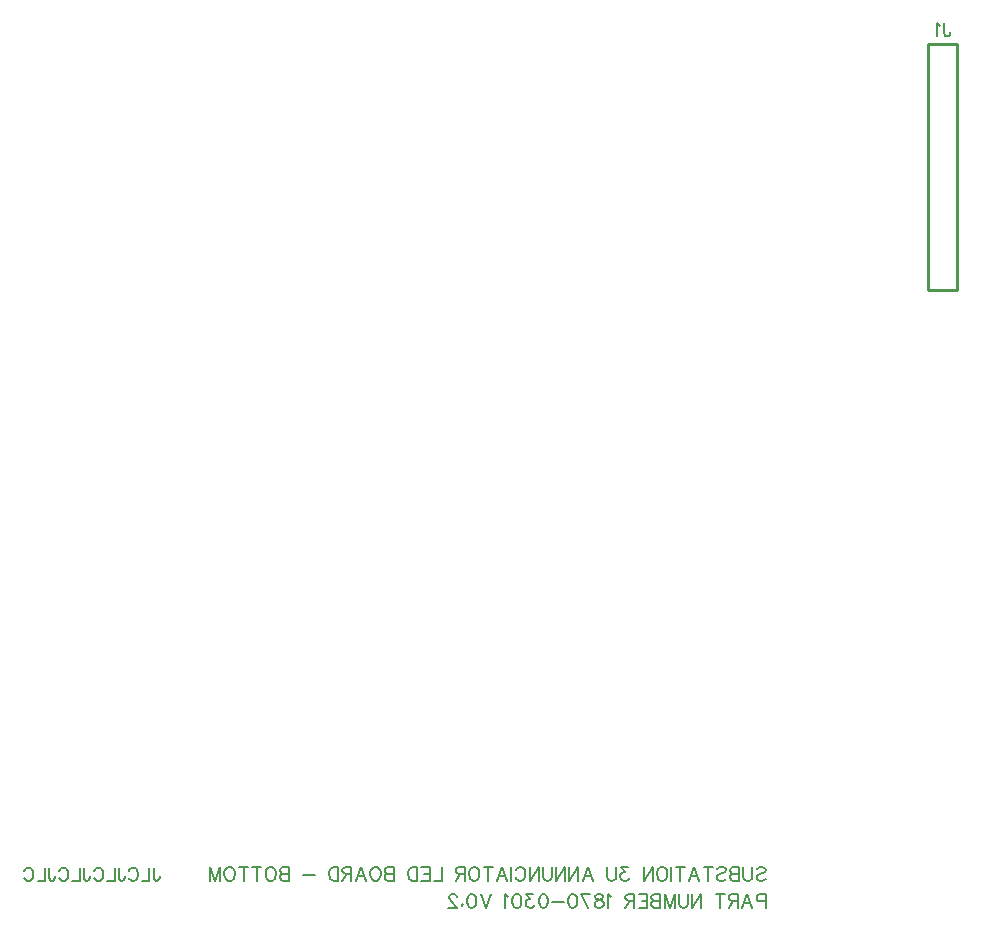
<source format=gbo>
G04 Layer: BottomSilkscreenLayer*
G04 EasyEDA v6.5.34, 2023-10-09 21:03:28*
G04 d8b6119a72404543a3c1b132a341d26f,5a6b42c53f6a479593ecc07194224c93,10*
G04 Gerber Generator version 0.2*
G04 Scale: 100 percent, Rotated: No, Reflected: No *
G04 Dimensions in millimeters *
G04 leading zeros omitted , absolute positions ,4 integer and 5 decimal *
%FSLAX45Y45*%
%MOMM*%

%ADD10C,0.2032*%
%ADD11C,0.1520*%
%ADD12C,0.1524*%
%ADD13C,0.2540*%

%LPD*%
D10*
X43967323Y451289D02*
G01*
X43967323Y336745D01*
X43967323Y451289D02*
G01*
X43918233Y451289D01*
X43901870Y445836D01*
X43896414Y440382D01*
X43890961Y429473D01*
X43890961Y413108D01*
X43896414Y402199D01*
X43901870Y396745D01*
X43918233Y391289D01*
X43967323Y391289D01*
X43811324Y451289D02*
G01*
X43854959Y336745D01*
X43811324Y451289D02*
G01*
X43767687Y336745D01*
X43838596Y374926D02*
G01*
X43784052Y374926D01*
X43731688Y451289D02*
G01*
X43731688Y336745D01*
X43731688Y451289D02*
G01*
X43682597Y451289D01*
X43666234Y445836D01*
X43660778Y440382D01*
X43655324Y429473D01*
X43655324Y418564D01*
X43660778Y407654D01*
X43666234Y402199D01*
X43682597Y396745D01*
X43731688Y396745D01*
X43693506Y396745D02*
G01*
X43655324Y336745D01*
X43581142Y451289D02*
G01*
X43581142Y336745D01*
X43619323Y451289D02*
G01*
X43542960Y451289D01*
X43422961Y451289D02*
G01*
X43422961Y336745D01*
X43422961Y451289D02*
G01*
X43346598Y336745D01*
X43346598Y451289D02*
G01*
X43346598Y336745D01*
X43310596Y451289D02*
G01*
X43310596Y369473D01*
X43305143Y353108D01*
X43294233Y342199D01*
X43277871Y336745D01*
X43266961Y336745D01*
X43250596Y342199D01*
X43239690Y353108D01*
X43234234Y369473D01*
X43234234Y451289D01*
X43198234Y451289D02*
G01*
X43198234Y336745D01*
X43198234Y451289D02*
G01*
X43154597Y336745D01*
X43110962Y451289D02*
G01*
X43154597Y336745D01*
X43110962Y451289D02*
G01*
X43110962Y336745D01*
X43074960Y451289D02*
G01*
X43074960Y336745D01*
X43074960Y451289D02*
G01*
X43025870Y451289D01*
X43009507Y445836D01*
X43004054Y440382D01*
X42998598Y429473D01*
X42998598Y418564D01*
X43004054Y407654D01*
X43009507Y402199D01*
X43025870Y396745D01*
X43074960Y396745D02*
G01*
X43025870Y396745D01*
X43009507Y391289D01*
X43004054Y385836D01*
X42998598Y374926D01*
X42998598Y358564D01*
X43004054Y347654D01*
X43009507Y342199D01*
X43025870Y336745D01*
X43074960Y336745D01*
X42962598Y451289D02*
G01*
X42962598Y336745D01*
X42962598Y451289D02*
G01*
X42891689Y451289D01*
X42962598Y396745D02*
G01*
X42918961Y396745D01*
X42962598Y336745D02*
G01*
X42891689Y336745D01*
X42855690Y451289D02*
G01*
X42855690Y336745D01*
X42855690Y451289D02*
G01*
X42806599Y451289D01*
X42790234Y445836D01*
X42784781Y440382D01*
X42779325Y429473D01*
X42779325Y418564D01*
X42784781Y407654D01*
X42790234Y402199D01*
X42806599Y396745D01*
X42855690Y396745D01*
X42817508Y396745D02*
G01*
X42779325Y336745D01*
X42659325Y429473D02*
G01*
X42648416Y434926D01*
X42632053Y451289D01*
X42632053Y336745D01*
X42568782Y451289D02*
G01*
X42585144Y445836D01*
X42590598Y434926D01*
X42590598Y424017D01*
X42585144Y413108D01*
X42574235Y407654D01*
X42552416Y402199D01*
X42536054Y396745D01*
X42525144Y385836D01*
X42519691Y374926D01*
X42519691Y358564D01*
X42525144Y347654D01*
X42530598Y342199D01*
X42546963Y336745D01*
X42568782Y336745D01*
X42585144Y342199D01*
X42590598Y347654D01*
X42596054Y358564D01*
X42596054Y374926D01*
X42590598Y385836D01*
X42579691Y396745D01*
X42563326Y402199D01*
X42541507Y407654D01*
X42530598Y413108D01*
X42525144Y424017D01*
X42525144Y434926D01*
X42530598Y445836D01*
X42546963Y451289D01*
X42568782Y451289D01*
X42407326Y451289D02*
G01*
X42461873Y336745D01*
X42483689Y451289D02*
G01*
X42407326Y451289D01*
X42338599Y451289D02*
G01*
X42354962Y445836D01*
X42365871Y429473D01*
X42371327Y402199D01*
X42371327Y385836D01*
X42365871Y358564D01*
X42354962Y342199D01*
X42338599Y336745D01*
X42327690Y336745D01*
X42311327Y342199D01*
X42300418Y358564D01*
X42294962Y385836D01*
X42294962Y402199D01*
X42300418Y429473D01*
X42311327Y445836D01*
X42327690Y451289D01*
X42338599Y451289D01*
X42258962Y385836D02*
G01*
X42160781Y385836D01*
X42092054Y451289D02*
G01*
X42108417Y445836D01*
X42119326Y429473D01*
X42124782Y402199D01*
X42124782Y385836D01*
X42119326Y358564D01*
X42108417Y342199D01*
X42092054Y336745D01*
X42081145Y336745D01*
X42064782Y342199D01*
X42053873Y358564D01*
X42048417Y385836D01*
X42048417Y402199D01*
X42053873Y429473D01*
X42064782Y445836D01*
X42081145Y451289D01*
X42092054Y451289D01*
X42001508Y451289D02*
G01*
X41941508Y451289D01*
X41974236Y407654D01*
X41957873Y407654D01*
X41946964Y402199D01*
X41941508Y396745D01*
X41936055Y380382D01*
X41936055Y369473D01*
X41941508Y353108D01*
X41952418Y342199D01*
X41968783Y336745D01*
X41985145Y336745D01*
X42001508Y342199D01*
X42006964Y347654D01*
X42012417Y358564D01*
X41867327Y451289D02*
G01*
X41883690Y445836D01*
X41894599Y429473D01*
X41900055Y402199D01*
X41900055Y385836D01*
X41894599Y358564D01*
X41883690Y342199D01*
X41867327Y336745D01*
X41856418Y336745D01*
X41840056Y342199D01*
X41829146Y358564D01*
X41823690Y385836D01*
X41823690Y402199D01*
X41829146Y429473D01*
X41840056Y445836D01*
X41856418Y451289D01*
X41867327Y451289D01*
X41787691Y429473D02*
G01*
X41776782Y434926D01*
X41760419Y451289D01*
X41760419Y336745D01*
X41640419Y451289D02*
G01*
X41596782Y336745D01*
X41553147Y451289D02*
G01*
X41596782Y336745D01*
X41484420Y451289D02*
G01*
X41500783Y445836D01*
X41511692Y429473D01*
X41517145Y402199D01*
X41517145Y385836D01*
X41511692Y358564D01*
X41500783Y342199D01*
X41484420Y336745D01*
X41473511Y336745D01*
X41457145Y342199D01*
X41446239Y358564D01*
X41440783Y385836D01*
X41440783Y402199D01*
X41446239Y429473D01*
X41457145Y445836D01*
X41473511Y451289D01*
X41484420Y451289D01*
X41399327Y364017D02*
G01*
X41404783Y358564D01*
X41399327Y353108D01*
X41393874Y358564D01*
X41399327Y364017D01*
X41352419Y424017D02*
G01*
X41352419Y429473D01*
X41346965Y440382D01*
X41341509Y445836D01*
X41330600Y451289D01*
X41308784Y451289D01*
X41297875Y445836D01*
X41292419Y440382D01*
X41286965Y429473D01*
X41286965Y418564D01*
X41292419Y407654D01*
X41303328Y391289D01*
X41357875Y336745D01*
X41281510Y336745D01*
X43890961Y663526D02*
G01*
X43901870Y674436D01*
X43918233Y679889D01*
X43940051Y679889D01*
X43956414Y674436D01*
X43967323Y663526D01*
X43967323Y652617D01*
X43961870Y641708D01*
X43956414Y636254D01*
X43945505Y630799D01*
X43912777Y619889D01*
X43901870Y614436D01*
X43896414Y608982D01*
X43890961Y598073D01*
X43890961Y581708D01*
X43901870Y570799D01*
X43918233Y565345D01*
X43940051Y565345D01*
X43956414Y570799D01*
X43967323Y581708D01*
X43854959Y679889D02*
G01*
X43854959Y598073D01*
X43849505Y581708D01*
X43838596Y570799D01*
X43822233Y565345D01*
X43811324Y565345D01*
X43794959Y570799D01*
X43784052Y581708D01*
X43778596Y598073D01*
X43778596Y679889D01*
X43742597Y679889D02*
G01*
X43742597Y565345D01*
X43742597Y679889D02*
G01*
X43693506Y679889D01*
X43677141Y674436D01*
X43671688Y668982D01*
X43666234Y658073D01*
X43666234Y647164D01*
X43671688Y636254D01*
X43677141Y630799D01*
X43693506Y625345D01*
X43742597Y625345D02*
G01*
X43693506Y625345D01*
X43677141Y619889D01*
X43671688Y614436D01*
X43666234Y603526D01*
X43666234Y587164D01*
X43671688Y576254D01*
X43677141Y570799D01*
X43693506Y565345D01*
X43742597Y565345D01*
X43553870Y663526D02*
G01*
X43564779Y674436D01*
X43581142Y679889D01*
X43602960Y679889D01*
X43619323Y674436D01*
X43630232Y663526D01*
X43630232Y652617D01*
X43624779Y641708D01*
X43619323Y636254D01*
X43608414Y630799D01*
X43575688Y619889D01*
X43564779Y614436D01*
X43559323Y608982D01*
X43553870Y598073D01*
X43553870Y581708D01*
X43564779Y570799D01*
X43581142Y565345D01*
X43602960Y565345D01*
X43619323Y570799D01*
X43630232Y581708D01*
X43479689Y679889D02*
G01*
X43479689Y565345D01*
X43517870Y679889D02*
G01*
X43441505Y679889D01*
X43361871Y679889D02*
G01*
X43405506Y565345D01*
X43361871Y679889D02*
G01*
X43318234Y565345D01*
X43389143Y603526D02*
G01*
X43334597Y603526D01*
X43244053Y679889D02*
G01*
X43244053Y565345D01*
X43282234Y679889D02*
G01*
X43205869Y679889D01*
X43169870Y679889D02*
G01*
X43169870Y565345D01*
X43101143Y679889D02*
G01*
X43112052Y674436D01*
X43122961Y663526D01*
X43128415Y652617D01*
X43133871Y636254D01*
X43133871Y608982D01*
X43128415Y592617D01*
X43122961Y581708D01*
X43112052Y570799D01*
X43101143Y565345D01*
X43079324Y565345D01*
X43068415Y570799D01*
X43057508Y581708D01*
X43052052Y592617D01*
X43046599Y608982D01*
X43046599Y636254D01*
X43052052Y652617D01*
X43057508Y663526D01*
X43068415Y674436D01*
X43079324Y679889D01*
X43101143Y679889D01*
X43010597Y679889D02*
G01*
X43010597Y565345D01*
X43010597Y679889D02*
G01*
X42934234Y565345D01*
X42934234Y679889D02*
G01*
X42934234Y565345D01*
X42803325Y679889D02*
G01*
X42743325Y679889D01*
X42776053Y636254D01*
X42759690Y636254D01*
X42748781Y630799D01*
X42743325Y625345D01*
X42737872Y608982D01*
X42737872Y598073D01*
X42743325Y581708D01*
X42754235Y570799D01*
X42770597Y565345D01*
X42786962Y565345D01*
X42803325Y570799D01*
X42808781Y576254D01*
X42814234Y587164D01*
X42701872Y679889D02*
G01*
X42701872Y598073D01*
X42696417Y581708D01*
X42685507Y570799D01*
X42669145Y565345D01*
X42658235Y565345D01*
X42641873Y570799D01*
X42630963Y581708D01*
X42625507Y598073D01*
X42625507Y679889D01*
X42461873Y679889D02*
G01*
X42505508Y565345D01*
X42461873Y679889D02*
G01*
X42418236Y565345D01*
X42489145Y603526D02*
G01*
X42434598Y603526D01*
X42382236Y679889D02*
G01*
X42382236Y565345D01*
X42382236Y679889D02*
G01*
X42305871Y565345D01*
X42305871Y679889D02*
G01*
X42305871Y565345D01*
X42269872Y679889D02*
G01*
X42269872Y565345D01*
X42269872Y679889D02*
G01*
X42193509Y565345D01*
X42193509Y679889D02*
G01*
X42193509Y565345D01*
X42157510Y679889D02*
G01*
X42157510Y598073D01*
X42152054Y581708D01*
X42141145Y570799D01*
X42124782Y565345D01*
X42113873Y565345D01*
X42097510Y570799D01*
X42086601Y581708D01*
X42081145Y598073D01*
X42081145Y679889D01*
X42045145Y679889D02*
G01*
X42045145Y565345D01*
X42045145Y679889D02*
G01*
X41968783Y565345D01*
X41968783Y679889D02*
G01*
X41968783Y565345D01*
X41850965Y652617D02*
G01*
X41856418Y663526D01*
X41867327Y674436D01*
X41878237Y679889D01*
X41900055Y679889D01*
X41910965Y674436D01*
X41921874Y663526D01*
X41927327Y652617D01*
X41932781Y636254D01*
X41932781Y608982D01*
X41927327Y592617D01*
X41921874Y581708D01*
X41910965Y570799D01*
X41900055Y565345D01*
X41878237Y565345D01*
X41867327Y570799D01*
X41856418Y581708D01*
X41850965Y592617D01*
X41814963Y679889D02*
G01*
X41814963Y565345D01*
X41735329Y679889D02*
G01*
X41778963Y565345D01*
X41735329Y679889D02*
G01*
X41691692Y565345D01*
X41762601Y603526D02*
G01*
X41708054Y603526D01*
X41617511Y679889D02*
G01*
X41617511Y565345D01*
X41655692Y679889D02*
G01*
X41579327Y679889D01*
X41510600Y679889D02*
G01*
X41521509Y674436D01*
X41532418Y663526D01*
X41537874Y652617D01*
X41543328Y636254D01*
X41543328Y608982D01*
X41537874Y592617D01*
X41532418Y581708D01*
X41521509Y570799D01*
X41510600Y565345D01*
X41488784Y565345D01*
X41477874Y570799D01*
X41466965Y581708D01*
X41461509Y592617D01*
X41456056Y608982D01*
X41456056Y636254D01*
X41461509Y652617D01*
X41466965Y663526D01*
X41477874Y674436D01*
X41488784Y679889D01*
X41510600Y679889D01*
X41420056Y679889D02*
G01*
X41420056Y565345D01*
X41420056Y679889D02*
G01*
X41370966Y679889D01*
X41354601Y674436D01*
X41349147Y668982D01*
X41343691Y658073D01*
X41343691Y647164D01*
X41349147Y636254D01*
X41354601Y630799D01*
X41370966Y625345D01*
X41420056Y625345D01*
X41381875Y625345D02*
G01*
X41343691Y565345D01*
X41223691Y679889D02*
G01*
X41223691Y565345D01*
X41223691Y565345D02*
G01*
X41158238Y565345D01*
X41122239Y679889D02*
G01*
X41122239Y565345D01*
X41122239Y679889D02*
G01*
X41051330Y679889D01*
X41122239Y625345D02*
G01*
X41078602Y625345D01*
X41122239Y565345D02*
G01*
X41051330Y565345D01*
X41015330Y679889D02*
G01*
X41015330Y565345D01*
X41015330Y679889D02*
G01*
X40977146Y679889D01*
X40960784Y674436D01*
X40949874Y663526D01*
X40944421Y652617D01*
X40938965Y636254D01*
X40938965Y608982D01*
X40944421Y592617D01*
X40949874Y581708D01*
X40960784Y570799D01*
X40977146Y565345D01*
X41015330Y565345D01*
X40818965Y679889D02*
G01*
X40818965Y565345D01*
X40818965Y679889D02*
G01*
X40769875Y679889D01*
X40753512Y674436D01*
X40748056Y668982D01*
X40742603Y658073D01*
X40742603Y647164D01*
X40748056Y636254D01*
X40753512Y630799D01*
X40769875Y625345D01*
X40818965Y625345D02*
G01*
X40769875Y625345D01*
X40753512Y619889D01*
X40748056Y614436D01*
X40742603Y603526D01*
X40742603Y587164D01*
X40748056Y576254D01*
X40753512Y570799D01*
X40769875Y565345D01*
X40818965Y565345D01*
X40673875Y679889D02*
G01*
X40684785Y674436D01*
X40695694Y663526D01*
X40701147Y652617D01*
X40706603Y636254D01*
X40706603Y608982D01*
X40701147Y592617D01*
X40695694Y581708D01*
X40684785Y570799D01*
X40673875Y565345D01*
X40652057Y565345D01*
X40641148Y570799D01*
X40630238Y581708D01*
X40624785Y592617D01*
X40619329Y608982D01*
X40619329Y636254D01*
X40624785Y652617D01*
X40630238Y663526D01*
X40641148Y674436D01*
X40652057Y679889D01*
X40673875Y679889D01*
X40539695Y679889D02*
G01*
X40583330Y565345D01*
X40539695Y679889D02*
G01*
X40496058Y565345D01*
X40566967Y603526D02*
G01*
X40512420Y603526D01*
X40460058Y679889D02*
G01*
X40460058Y565345D01*
X40460058Y679889D02*
G01*
X40410968Y679889D01*
X40394602Y674436D01*
X40389149Y668982D01*
X40383693Y658073D01*
X40383693Y647164D01*
X40389149Y636254D01*
X40394602Y630799D01*
X40410968Y625345D01*
X40460058Y625345D01*
X40421877Y625345D02*
G01*
X40383693Y565345D01*
X40347694Y679889D02*
G01*
X40347694Y565345D01*
X40347694Y679889D02*
G01*
X40309512Y679889D01*
X40293150Y674436D01*
X40282241Y663526D01*
X40276785Y652617D01*
X40271331Y636254D01*
X40271331Y608982D01*
X40276785Y592617D01*
X40282241Y581708D01*
X40293150Y570799D01*
X40309512Y565345D01*
X40347694Y565345D01*
X40151331Y614436D02*
G01*
X40053150Y614436D01*
X39933151Y679889D02*
G01*
X39933151Y565345D01*
X39933151Y679889D02*
G01*
X39884060Y679889D01*
X39867695Y674436D01*
X39862241Y668982D01*
X39856785Y658073D01*
X39856785Y647164D01*
X39862241Y636254D01*
X39867695Y630799D01*
X39884060Y625345D01*
X39933151Y625345D02*
G01*
X39884060Y625345D01*
X39867695Y619889D01*
X39862241Y614436D01*
X39856785Y603526D01*
X39856785Y587164D01*
X39862241Y576254D01*
X39867695Y570799D01*
X39884060Y565345D01*
X39933151Y565345D01*
X39788058Y679889D02*
G01*
X39798967Y674436D01*
X39809877Y663526D01*
X39815333Y652617D01*
X39820786Y636254D01*
X39820786Y608982D01*
X39815333Y592617D01*
X39809877Y581708D01*
X39798967Y570799D01*
X39788058Y565345D01*
X39766242Y565345D01*
X39755333Y570799D01*
X39744423Y581708D01*
X39738968Y592617D01*
X39733514Y608982D01*
X39733514Y636254D01*
X39738968Y652617D01*
X39744423Y663526D01*
X39755333Y674436D01*
X39766242Y679889D01*
X39788058Y679889D01*
X39659331Y679889D02*
G01*
X39659331Y565345D01*
X39697515Y679889D02*
G01*
X39621150Y679889D01*
X39546969Y679889D02*
G01*
X39546969Y565345D01*
X39585150Y679889D02*
G01*
X39508788Y679889D01*
X39440060Y679889D02*
G01*
X39450970Y674436D01*
X39461879Y663526D01*
X39467332Y652617D01*
X39472786Y636254D01*
X39472786Y608982D01*
X39467332Y592617D01*
X39461879Y581708D01*
X39450970Y570799D01*
X39440060Y565345D01*
X39418242Y565345D01*
X39407332Y570799D01*
X39396423Y581708D01*
X39390970Y592617D01*
X39385514Y608982D01*
X39385514Y636254D01*
X39390970Y652617D01*
X39396423Y663526D01*
X39407332Y674436D01*
X39418242Y679889D01*
X39440060Y679889D01*
X39349514Y679889D02*
G01*
X39349514Y565345D01*
X39349514Y679889D02*
G01*
X39305877Y565345D01*
X39262243Y679889D02*
G01*
X39305877Y565345D01*
X39262243Y679889D02*
G01*
X39262243Y565345D01*
D11*
X38784580Y674146D02*
G01*
X38784580Y591019D01*
X38789777Y575431D01*
X38794971Y570237D01*
X38805363Y565043D01*
X38815754Y565043D01*
X38826145Y570237D01*
X38831342Y575431D01*
X38836536Y591019D01*
X38836536Y601411D01*
X38750290Y674146D02*
G01*
X38750290Y565043D01*
X38750290Y565043D02*
G01*
X38687946Y565043D01*
X38575724Y648169D02*
G01*
X38580921Y658561D01*
X38591312Y668952D01*
X38601700Y674146D01*
X38622483Y674146D01*
X38632874Y668952D01*
X38643265Y658561D01*
X38648462Y648169D01*
X38653656Y632581D01*
X38653656Y606605D01*
X38648462Y591019D01*
X38643265Y580628D01*
X38632874Y570237D01*
X38622483Y565043D01*
X38601700Y565043D01*
X38591312Y570237D01*
X38580921Y580628D01*
X38575724Y591019D01*
X38489481Y674146D02*
G01*
X38489481Y591019D01*
X38494675Y575431D01*
X38499872Y570237D01*
X38510260Y565043D01*
X38520651Y565043D01*
X38531043Y570237D01*
X38536239Y575431D01*
X38541434Y591019D01*
X38541434Y601411D01*
X38455191Y674146D02*
G01*
X38455191Y565043D01*
X38455191Y565043D02*
G01*
X38392844Y565043D01*
X38280621Y648169D02*
G01*
X38285818Y658561D01*
X38296209Y668952D01*
X38306601Y674146D01*
X38327380Y674146D01*
X38337771Y668952D01*
X38348163Y658561D01*
X38353359Y648169D01*
X38358554Y632581D01*
X38358554Y606605D01*
X38353359Y591019D01*
X38348163Y580628D01*
X38337771Y570237D01*
X38327380Y565043D01*
X38306601Y565043D01*
X38296209Y570237D01*
X38285818Y580628D01*
X38280621Y591019D01*
X38194378Y674146D02*
G01*
X38194378Y591019D01*
X38199573Y575431D01*
X38204769Y570237D01*
X38215161Y565043D01*
X38225552Y565043D01*
X38235940Y570237D01*
X38241137Y575431D01*
X38246331Y591019D01*
X38246331Y601411D01*
X38160088Y674146D02*
G01*
X38160088Y565043D01*
X38160088Y565043D02*
G01*
X38097741Y565043D01*
X37985522Y648169D02*
G01*
X37990716Y658561D01*
X38001107Y668952D01*
X38011498Y674146D01*
X38032281Y674146D01*
X38042672Y668952D01*
X38053060Y658561D01*
X38058257Y648169D01*
X38063451Y632581D01*
X38063451Y606605D01*
X38058257Y591019D01*
X38053060Y580628D01*
X38042672Y570237D01*
X38032281Y565043D01*
X38011498Y565043D01*
X38001107Y570237D01*
X37990716Y580628D01*
X37985522Y591019D01*
X37899276Y674146D02*
G01*
X37899276Y591019D01*
X37904470Y575431D01*
X37909667Y570237D01*
X37920058Y565043D01*
X37930449Y565043D01*
X37940841Y570237D01*
X37946035Y575431D01*
X37951232Y591019D01*
X37951232Y601411D01*
X37864986Y674146D02*
G01*
X37864986Y565043D01*
X37864986Y565043D02*
G01*
X37802642Y565043D01*
X37690419Y648169D02*
G01*
X37695614Y658561D01*
X37706005Y668952D01*
X37716396Y674146D01*
X37737178Y674146D01*
X37747569Y668952D01*
X37757961Y658561D01*
X37763155Y648169D01*
X37768352Y632581D01*
X37768352Y606605D01*
X37763155Y591019D01*
X37757961Y580628D01*
X37747569Y570237D01*
X37737178Y565043D01*
X37716396Y565043D01*
X37706005Y570237D01*
X37695614Y580628D01*
X37690419Y591019D01*
D12*
X45477452Y7824226D02*
G01*
X45477452Y7741099D01*
X45482649Y7725511D01*
X45487843Y7720317D01*
X45498235Y7715122D01*
X45508626Y7715122D01*
X45519017Y7720317D01*
X45524214Y7725511D01*
X45529408Y7741099D01*
X45529408Y7751490D01*
X45443162Y7803443D02*
G01*
X45432774Y7808640D01*
X45417186Y7824226D01*
X45417186Y7715122D01*
D13*
X45343912Y5562991D02*
G01*
X45587904Y5562988D01*
X45587904Y5562991D02*
G01*
X45587904Y7644985D01*
X45587904Y7644983D02*
G01*
X45343912Y7644985D01*
X45343912Y7644985D02*
G01*
X45343912Y5562991D01*
M02*

</source>
